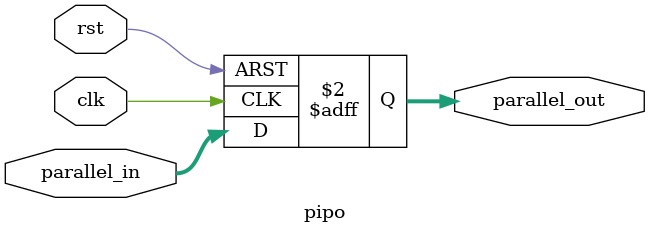
<source format=v>
`timescale 1ns / 1ps

module pipo (
    input clk,
    input rst,
    input [3:0] parallel_in,  
    output reg [3:0] parallel_out 
);

always @(posedge clk or posedge rst) begin
    if (rst)
        parallel_out <= 4'b0000;  
    else
        parallel_out <= parallel_in; 
end

endmodule
</source>
